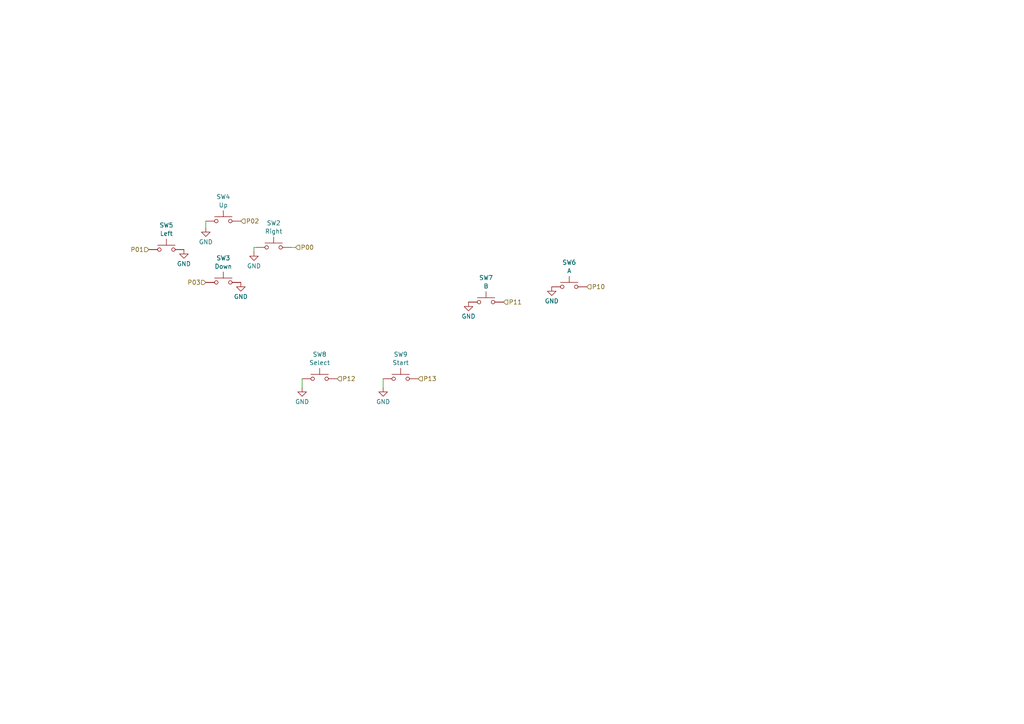
<source format=kicad_sch>
(kicad_sch (version 20231120) (generator "eeschema") (generator_version "8.0")
  (paper "A4")
  (title_block (title "CGB Reverse Engineer") (company "NatalieTheNerd.com"))
  (lib_symbols
    (symbol "Switch:SW_Push" (pin_numbers hide) (pin_names (offset 1.016) hide)
      (property "Reference" "SW" (at 1.27 2.54 0))
      (property "Value" "SW_Push" (at 0 -1.524 0))
      (symbol "SW_Push_0_1"
        (circle (center -2.032 0) (radius 0.508))
        (polyline (pts (xy 0 1.27) (xy 0 3.048)))
        (polyline (pts (xy 2.54 1.27) (xy -2.54 1.27)))
        (circle (center 2.032 0) (radius 0.508))
        (pin passive line (at -5.08 0 0) (length 2.54) (name "1") (number "1"))
        (pin passive line (at 5.08 0 180) (length 2.54) (name "2") (number "2"))
      )
    )
    (symbol "power:GND" (power) (pin_names (offset 0))
      (property "Value" "GND" (at 0 -3.81 0))
      (symbol "GND_0_1"
        (polyline (pts (xy 0 0) (xy 0 -1.27) (xy 1.27 -1.27) (xy 0 -2.54) (xy -1.27 -1.27) (xy 0 -1.27)))
      )
      (symbol "GND_1_1"
        (pin power_in line (at 0 0 270) (length 0) hide (name "GND") (number "1"))
      )
    )
  )
  (wire (pts (xy 111.125 112.395) (xy 111.125 109.855)))
  (wire (pts (xy 73.66 73.025) (xy 73.66 71.755)))
  (wire (pts (xy 73.66 71.755) (xy 74.295 71.755)))
  (wire (pts (xy 87.63 112.395) (xy 87.63 109.855)))
  (wire (pts (xy 59.69 66.04) (xy 59.69 64.135)))
  (wire (pts (xy 85.725 71.755) (xy 84.455 71.755)))
  (hierarchical_label "P12" (shape input) (at 97.79 109.855 0))
  (hierarchical_label "P00" (shape input) (at 85.725 71.755 0))
  (hierarchical_label "P10" (shape input) (at 170.18 83.185 0))
  (hierarchical_label "P13" (shape input) (at 121.285 109.855 0))
  (hierarchical_label "P01" (shape input) (at 43.18 72.39 180))
  (hierarchical_label "P03" (shape input) (at 59.69 81.915 180))
  (hierarchical_label "P02" (shape input) (at 69.85 64.135 0))
  (hierarchical_label "P11" (shape input) (at 146.05 87.63 0))
  (symbol (lib_id "Switch:SW_Push") (at 79.375 71.755 0) (unit 1)
    (property "Reference" "SW2" (at 79.375 64.6897 0))
    (property "Value" "Right" (at 79.375 67.1139 0))
    (property "Footprint" "CGB:Dpad CGB" (effects (hide yes)))
  )
  (symbol (lib_id "power:GND") (at 59.69 66.04 0) (unit 1)
    (property "Reference" "#PWR069" (effects (hide yes)))
    (property "Value" "GND" (at 59.69 70.1731 0))
  )
  (symbol (lib_id "power:GND") (at 53.34 72.39 0) (unit 1)
    (property "Reference" "#PWR067" (effects (hide yes)))
    (property "Value" "GND" (at 53.34 76.5231 0))
  )
  (symbol (lib_id "power:GND") (at 73.66 73.025 0) (unit 1)
    (property "Reference" "#PWR070" (effects (hide yes)))
    (property "Value" "GND" (at 73.66 77.1581 0))
  )
  (symbol (lib_id "power:GND") (at 135.89 87.63 0) (unit 1)
    (property "Reference" "#PWR073" (effects (hide yes)))
    (property "Value" "GND" (at 135.89 91.7631 0))
  )
  (symbol (lib_id "Switch:SW_Push") (at 64.77 81.915 0) (unit 1)
    (property "Reference" "SW3" (at 64.77 74.8497 0))
    (property "Value" "Down" (at 64.77 77.2739 0))
    (property "Footprint" "CGB:Dpad CGB" (effects (hide yes)))
  )
  (symbol (lib_id "power:GND") (at 111.125 112.395 0) (unit 1)
    (property "Reference" "#PWR072" (effects (hide yes)))
    (property "Value" "GND" (at 111.125 116.5281 0))
  )
  (symbol (lib_id "power:GND") (at 69.85 81.915 0) (unit 1)
    (property "Reference" "#PWR068" (effects (hide yes)))
    (property "Value" "GND" (at 69.85 86.0481 0))
  )
  (symbol (lib_id "Switch:SW_Push") (at 165.1 83.185 0) (unit 1)
    (property "Reference" "SW6" (at 165.1 76.1197 0))
    (property "Value" "A" (at 165.1 78.5439 0))
    (property "Footprint" "CGB:AB CGB" (effects (hide yes)))
  )
  (symbol (lib_id "Switch:SW_Push") (at 64.77 64.135 0) (unit 1)
    (property "Reference" "SW4" (at 64.77 57.0697 0))
    (property "Value" "Up" (at 64.77 59.4939 0))
    (property "Footprint" "CGB:Dpad CGB" (effects (hide yes)))
  )
  (symbol (lib_id "Switch:SW_Push") (at 140.97 87.63 0) (unit 1)
    (property "Reference" "SW7" (at 140.97 80.5647 0))
    (property "Value" "B" (at 140.97 82.9889 0))
    (property "Footprint" "CGB:AB CGB" (effects (hide yes)))
  )
  (symbol (lib_id "Switch:SW_Push") (at 116.205 109.855 0) (unit 1)
    (property "Reference" "SW9" (at 116.205 102.7897 0))
    (property "Value" "Start" (at 116.205 105.2139 0))
    (property "Footprint" "CGB:Start CGB" (effects (hide yes)))
  )
  (symbol (lib_id "power:GND") (at 87.63 112.395 0) (unit 1)
    (property "Reference" "#PWR071" (effects (hide yes)))
    (property "Value" "GND" (at 87.63 116.5281 0))
  )
  (symbol (lib_id "power:GND") (at 160.02 83.185 0) (unit 1)
    (property "Reference" "#PWR074" (effects (hide yes)))
    (property "Value" "GND" (at 160.02 87.3181 0))
  )
  (symbol (lib_id "Switch:SW_Push") (at 92.71 109.855 0) (unit 1)
    (property "Reference" "SW8" (at 92.71 102.7897 0))
    (property "Value" "Select" (at 92.71 105.2139 0))
    (property "Footprint" "CGB:Select CGB" (effects (hide yes)))
  )
  (symbol (lib_id "Switch:SW_Push") (at 48.26 72.39 0) (unit 1)
    (property "Reference" "SW5" (at 48.26 65.3247 0))
    (property "Value" "Left" (at 48.26 67.7489 0))
    (property "Footprint" "CGB:Dpad CGB" (effects (hide yes)))
  )
)
</source>
